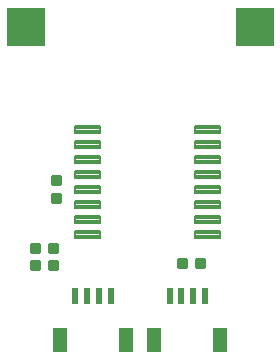
<source format=gbr>
G04 EAGLE Gerber RS-274X export*
G75*
%MOMM*%
%FSLAX34Y34*%
%LPD*%
%AMOC8*
5,1,8,0,0,1.08239X$1,22.5*%
G01*
%ADD10C,0.222250*%
%ADD11R,0.600000X1.350000*%
%ADD12R,1.200000X2.000000*%
%ADD13C,0.190500*%
%ADD14R,3.200000X3.200000*%


D10*
X197498Y83696D02*
X204166Y83696D01*
X204166Y77028D01*
X197498Y77028D01*
X197498Y83696D01*
X197498Y79140D02*
X204166Y79140D01*
X204166Y81252D02*
X197498Y81252D01*
X197498Y83364D02*
X204166Y83364D01*
X188926Y83696D02*
X182258Y83696D01*
X188926Y83696D02*
X188926Y77028D01*
X182258Y77028D01*
X182258Y83696D01*
X182258Y79140D02*
X188926Y79140D01*
X188926Y81252D02*
X182258Y81252D01*
X182258Y83364D02*
X188926Y83364D01*
X75374Y146808D02*
X75374Y153476D01*
X82042Y153476D01*
X82042Y146808D01*
X75374Y146808D01*
X75374Y148920D02*
X82042Y148920D01*
X82042Y151032D02*
X75374Y151032D01*
X75374Y153144D02*
X82042Y153144D01*
X75374Y138236D02*
X75374Y131568D01*
X75374Y138236D02*
X82042Y138236D01*
X82042Y131568D01*
X75374Y131568D01*
X75374Y133680D02*
X82042Y133680D01*
X82042Y135792D02*
X75374Y135792D01*
X75374Y137904D02*
X82042Y137904D01*
D11*
X95000Y52000D03*
X105000Y52000D03*
X115000Y52000D03*
X125000Y52000D03*
D12*
X138000Y15250D03*
X82000Y15250D03*
D11*
X175000Y52000D03*
X185000Y52000D03*
X195000Y52000D03*
X205000Y52000D03*
D12*
X218000Y15250D03*
X162000Y15250D03*
D10*
X79736Y96282D02*
X73068Y96282D01*
X79736Y96282D02*
X79736Y89614D01*
X73068Y89614D01*
X73068Y96282D01*
X73068Y91726D02*
X79736Y91726D01*
X79736Y93838D02*
X73068Y93838D01*
X73068Y95950D02*
X79736Y95950D01*
X64496Y96282D02*
X57828Y96282D01*
X64496Y96282D02*
X64496Y89614D01*
X57828Y89614D01*
X57828Y96282D01*
X57828Y91726D02*
X64496Y91726D01*
X64496Y93838D02*
X57828Y93838D01*
X57828Y95950D02*
X64496Y95950D01*
X72814Y81804D02*
X79482Y81804D01*
X79482Y75136D01*
X72814Y75136D01*
X72814Y81804D01*
X72814Y77248D02*
X79482Y77248D01*
X79482Y79360D02*
X72814Y79360D01*
X72814Y81472D02*
X79482Y81472D01*
X64242Y81804D02*
X57574Y81804D01*
X64242Y81804D02*
X64242Y75136D01*
X57574Y75136D01*
X57574Y81804D01*
X57574Y77248D02*
X64242Y77248D01*
X64242Y79360D02*
X57574Y79360D01*
X57574Y81472D02*
X64242Y81472D01*
D13*
X217488Y101492D02*
X217488Y107208D01*
X217488Y101492D02*
X196532Y101492D01*
X196532Y107208D01*
X217488Y107208D01*
X217488Y103302D02*
X196532Y103302D01*
X196532Y105112D02*
X217488Y105112D01*
X217488Y106922D02*
X196532Y106922D01*
X217488Y114192D02*
X217488Y119908D01*
X217488Y114192D02*
X196532Y114192D01*
X196532Y119908D01*
X217488Y119908D01*
X217488Y116002D02*
X196532Y116002D01*
X196532Y117812D02*
X217488Y117812D01*
X217488Y119622D02*
X196532Y119622D01*
X217488Y126892D02*
X217488Y132608D01*
X217488Y126892D02*
X196532Y126892D01*
X196532Y132608D01*
X217488Y132608D01*
X217488Y128702D02*
X196532Y128702D01*
X196532Y130512D02*
X217488Y130512D01*
X217488Y132322D02*
X196532Y132322D01*
X217488Y139592D02*
X217488Y145308D01*
X217488Y139592D02*
X196532Y139592D01*
X196532Y145308D01*
X217488Y145308D01*
X217488Y141402D02*
X196532Y141402D01*
X196532Y143212D02*
X217488Y143212D01*
X217488Y145022D02*
X196532Y145022D01*
X217488Y152292D02*
X217488Y158008D01*
X217488Y152292D02*
X196532Y152292D01*
X196532Y158008D01*
X217488Y158008D01*
X217488Y154102D02*
X196532Y154102D01*
X196532Y155912D02*
X217488Y155912D01*
X217488Y157722D02*
X196532Y157722D01*
X217488Y164992D02*
X217488Y170708D01*
X217488Y164992D02*
X196532Y164992D01*
X196532Y170708D01*
X217488Y170708D01*
X217488Y166802D02*
X196532Y166802D01*
X196532Y168612D02*
X217488Y168612D01*
X217488Y170422D02*
X196532Y170422D01*
X217488Y177692D02*
X217488Y183408D01*
X217488Y177692D02*
X196532Y177692D01*
X196532Y183408D01*
X217488Y183408D01*
X217488Y179502D02*
X196532Y179502D01*
X196532Y181312D02*
X217488Y181312D01*
X217488Y183122D02*
X196532Y183122D01*
X217488Y190392D02*
X217488Y196108D01*
X217488Y190392D02*
X196532Y190392D01*
X196532Y196108D01*
X217488Y196108D01*
X217488Y192202D02*
X196532Y192202D01*
X196532Y194012D02*
X217488Y194012D01*
X217488Y195822D02*
X196532Y195822D01*
X115888Y196108D02*
X115888Y190392D01*
X94932Y190392D01*
X94932Y196108D01*
X115888Y196108D01*
X115888Y192202D02*
X94932Y192202D01*
X94932Y194012D02*
X115888Y194012D01*
X115888Y195822D02*
X94932Y195822D01*
X115888Y183408D02*
X115888Y177692D01*
X94932Y177692D01*
X94932Y183408D01*
X115888Y183408D01*
X115888Y179502D02*
X94932Y179502D01*
X94932Y181312D02*
X115888Y181312D01*
X115888Y183122D02*
X94932Y183122D01*
X115888Y170708D02*
X115888Y164992D01*
X94932Y164992D01*
X94932Y170708D01*
X115888Y170708D01*
X115888Y166802D02*
X94932Y166802D01*
X94932Y168612D02*
X115888Y168612D01*
X115888Y170422D02*
X94932Y170422D01*
X115888Y158008D02*
X115888Y152292D01*
X94932Y152292D01*
X94932Y158008D01*
X115888Y158008D01*
X115888Y154102D02*
X94932Y154102D01*
X94932Y155912D02*
X115888Y155912D01*
X115888Y157722D02*
X94932Y157722D01*
X115888Y145308D02*
X115888Y139592D01*
X94932Y139592D01*
X94932Y145308D01*
X115888Y145308D01*
X115888Y141402D02*
X94932Y141402D01*
X94932Y143212D02*
X115888Y143212D01*
X115888Y145022D02*
X94932Y145022D01*
X115888Y132608D02*
X115888Y126892D01*
X94932Y126892D01*
X94932Y132608D01*
X115888Y132608D01*
X115888Y128702D02*
X94932Y128702D01*
X94932Y130512D02*
X115888Y130512D01*
X115888Y132322D02*
X94932Y132322D01*
X115888Y119908D02*
X115888Y114192D01*
X94932Y114192D01*
X94932Y119908D01*
X115888Y119908D01*
X115888Y116002D02*
X94932Y116002D01*
X94932Y117812D02*
X115888Y117812D01*
X115888Y119622D02*
X94932Y119622D01*
X115888Y107208D02*
X115888Y101492D01*
X94932Y101492D01*
X94932Y107208D01*
X115888Y107208D01*
X115888Y103302D02*
X94932Y103302D01*
X94932Y105112D02*
X115888Y105112D01*
X115888Y106922D02*
X94932Y106922D01*
D14*
X53000Y280000D03*
X247000Y280000D03*
M02*

</source>
